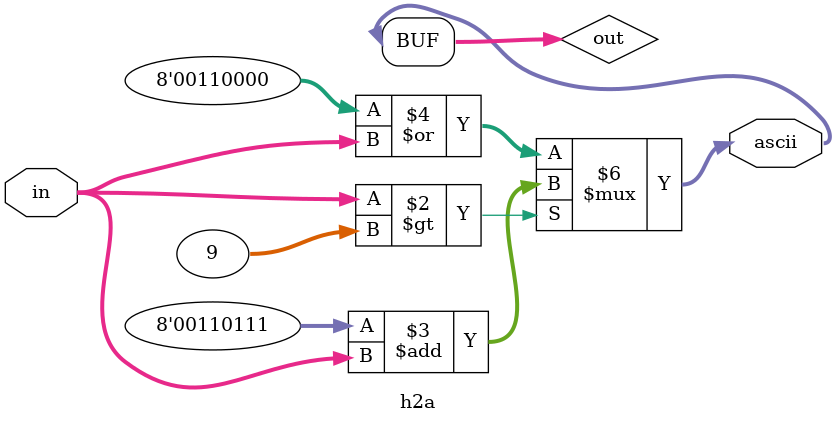
<source format=v>
`timescale 1ns / 1ps
module lab5(
    input clk,
    input reset_n,
    input [3:0] usr_btn,
    output [3:0] usr_led,
    output LCD_RS,
    output LCD_RW,
    output LCD_E,
    output [3:0] LCD_D
);

wire [3:0] btn;
wire [127:0] rowA, rowB;
reg [127:0] row_A = "Press BTN3 to   "; // Initialize the text of the first row. 
reg [127:0] row_B = "show a message.."; // Initialize the text of the second row.
reg [ 7:0] cnt=8'h0, cntA, cntB;
reg [15:0] numA=16'hB520, numB=16'h0000;
reg [25:0] timer = 1;
reg rev = 1;
reg en = 0;

assign usr_led = cnt[3:0];

LCD_module lcd0(
    .clk(clk),
    .reset(~reset_n),
    .row_A(row_A),
    .row_B(row_B),
    .LCD_E(LCD_E),
    .LCD_RS(LCD_RS),
    .LCD_RW(LCD_RW),
    .LCD_D(LCD_D)
);

debounce btn_db3(
    .clk(clk),
    .btn_input(usr_btn[3]),
    .btn_output(btn[3])
);

h2a mA0(cntA[ 7: 4], rowA[79:72]);
h2a mA1(cntA[ 3: 0], rowA[71:64]);
h2a mA2(numA[15:12], rowA[31:24]);
h2a mA3(numA[11: 8], rowA[23:16]);
h2a mA4(numA[ 7: 4], rowA[15: 8]);
h2a mA5(numA[ 3: 0], rowA[ 7: 0]);

h2a mB0(cntB[ 7: 4], rowB[79:72]);
h2a mB1(cntB[ 3: 0], rowB[71:64]);
h2a mB2(numB[15:12], rowB[31:24]);
h2a mB3(numB[11: 8], rowB[23:16]);
h2a mB4(numB[ 7: 4], rowB[15: 8]);
h2a mB5(numB[ 3: 0], rowB[ 7: 0]);

always @(posedge clk, negedge reset_n) begin
    if (~reset_n) begin
        cnt   <= 8'h0;
        numA  <= 16'hB520;
        numB  <= 16'h0000;
        timer <= 1;
        rev <= 1;
        en <= 0;
    end else begin
        if (en & ~usr_btn[0])  // pause
            timer <= timer + 1;
            
        if (btn[3]) begin
            rev <= ~rev;
            en <= 1;
        end

        if (timer == 0) begin
            if (rev == 0) begin
                numA <= numB;
                if (cnt == 8'h18) begin
                    cnt  <= 8'h0;
                    numB <= 16'h0000;
                end else if (cnt == 0) begin
                    cnt  <= cnt + 1;
                    numB <= 16'h0001;
                end else begin
                    cnt  <= cnt + 1;
                    numB <= numA + numB;
                end
            end else begin
                numB <= numA;
                if (cnt == 1) begin
                    cnt  <= cnt - 1;
                    numA <= 16'hB520;
                end else if (cnt == 0) begin
                    cnt  <= 8'h18;
                    numA <= 16'h6FF1;
                end else begin
                    cnt  <= cnt - 1;
                    numA <= numB - numA;
                end
            end
        end
    end
end


always @(en, rowA, rowB) begin
    if (en) begin
        row_A <= "Fibo #__ is ____";
        row_A[79:64] <= rowA[79:64];
        row_A[31: 0] <= rowA[31: 0];

        row_B <= "Fibo #__ is ____";
        row_B[79:64] <= rowB[79:64];
        row_B[31: 0] <= rowB[31: 0];
    end else begin
        row_A <= "Press BTN3 to   ";
        row_B <= "show a message..";
    end
end

always @(cnt)
    if (cnt == 0)
        cntA <= 8'h19;
    else
        cntA <= cnt;

always @(cnt)
    if (cnt == 8'h19)
        cntB <= 1;
    else
        cntB <= cnt + 1;

assign usr_led = cnt;

endmodule


module debounce(
    input clk,
    input btn_input,
    output btn_output
    );

    reg [23:0] cnt = 24'h000000;
    reg sig  = 0;
    reg prev = 0;

    assign btn_output = sig;

    always @(posedge clk) begin
        if (sig == 1) begin
            sig <= 0;
            prev <= 1;
        end else if (~prev && cnt == 24'haabbcc)
            sig = 1;
        else if (prev && cnt == 0)
            prev <= 0;
        else if ( btn_input && ~prev)
            cnt <= cnt + 1;
        else if (~btn_input && cnt)
            cnt <= cnt - 1;
    end
endmodule


module h2a(
    input  [3:0] in,
    output [7:0] ascii);

    reg [7:0] out;
    assign ascii = out;

    always @(in) begin
        if (in > 9)
            out <= 8'h37 + in;
        else
            out <= 8'h30 | in;
    end
endmodule
</source>
